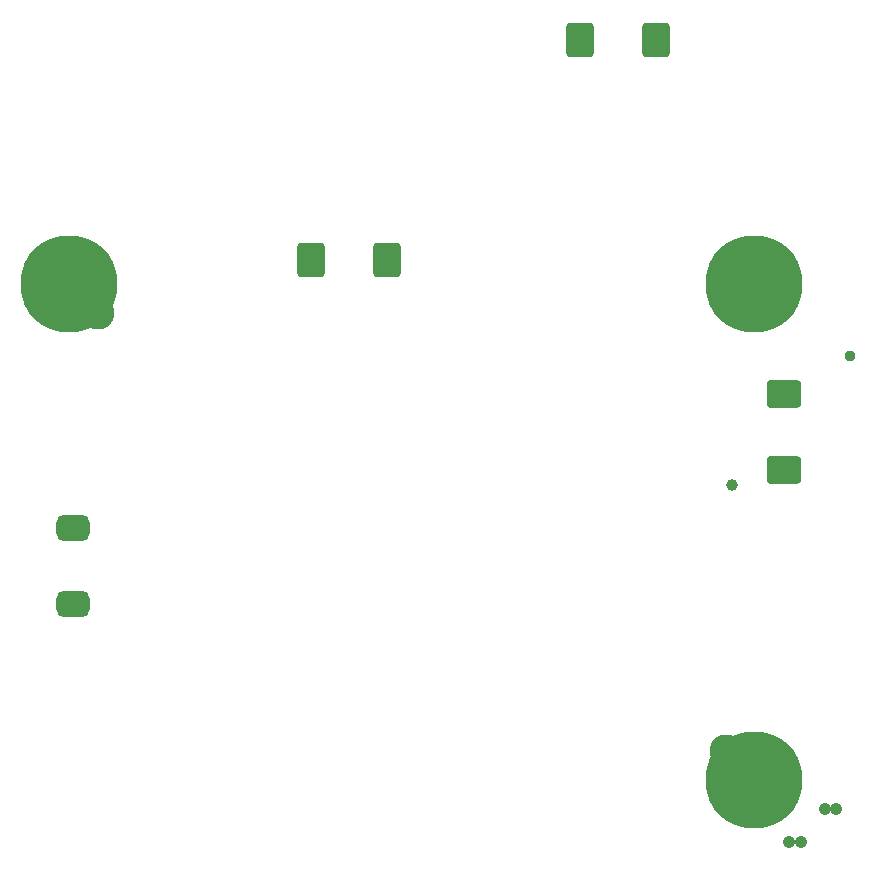
<source format=gbs>
G04*
G04 #@! TF.GenerationSoftware,Altium Limited,Altium Designer,21.0.8 (223)*
G04*
G04 Layer_Color=16711935*
%FSLAX44Y44*%
%MOMM*%
G71*
G04*
G04 #@! TF.SameCoordinates,AAD5EB2A-8552-457D-BF93-D3A1E0B867CA*
G04*
G04*
G04 #@! TF.FilePolarity,Negative*
G04*
G01*
G75*
G04:AMPARAMS|DCode=29|XSize=2.3532mm|YSize=2.9032mm|CornerRadius=0.3166mm|HoleSize=0mm|Usage=FLASHONLY|Rotation=90.000|XOffset=0mm|YOffset=0mm|HoleType=Round|Shape=RoundedRectangle|*
%AMROUNDEDRECTD29*
21,1,2.3532,2.2700,0,0,90.0*
21,1,1.7200,2.9032,0,0,90.0*
1,1,0.6332,1.1350,0.8600*
1,1,0.6332,1.1350,-0.8600*
1,1,0.6332,-1.1350,-0.8600*
1,1,0.6332,-1.1350,0.8600*
%
%ADD29ROUNDEDRECTD29*%
G04:AMPARAMS|DCode=30|XSize=2.3532mm|YSize=2.9032mm|CornerRadius=0.3166mm|HoleSize=0mm|Usage=FLASHONLY|Rotation=0.000|XOffset=0mm|YOffset=0mm|HoleType=Round|Shape=RoundedRectangle|*
%AMROUNDEDRECTD30*
21,1,2.3532,2.2700,0,0,0.0*
21,1,1.7200,2.9032,0,0,0.0*
1,1,0.6332,0.8600,-1.1350*
1,1,0.6332,-0.8600,-1.1350*
1,1,0.6332,-0.8600,1.1350*
1,1,0.6332,0.8600,1.1350*
%
%ADD30ROUNDEDRECTD30*%
%ADD35C,1.0032*%
G04:AMPARAMS|DCode=36|XSize=0.8532mm|YSize=0.8532mm|CornerRadius=0.2641mm|HoleSize=0mm|Usage=FLASHONLY|Rotation=0.000|XOffset=0mm|YOffset=0mm|HoleType=Round|Shape=RoundedRectangle|*
%AMROUNDEDRECTD36*
21,1,0.8532,0.3250,0,0,0.0*
21,1,0.3250,0.8532,0,0,0.0*
1,1,0.5282,0.1625,-0.1625*
1,1,0.5282,-0.1625,-0.1625*
1,1,0.5282,-0.1625,0.1625*
1,1,0.5282,0.1625,0.1625*
%
%ADD36ROUNDEDRECTD36*%
%ADD37C,1.2032*%
%ADD38C,2.8032*%
%ADD39C,8.2032*%
%ADD40C,1.0532*%
G04:AMPARAMS|DCode=53|XSize=2.8032mm|YSize=2.2032mm|CornerRadius=0.6016mm|HoleSize=0mm|Usage=FLASHONLY|Rotation=0.000|XOffset=0mm|YOffset=0mm|HoleType=Round|Shape=RoundedRectangle|*
%AMROUNDEDRECTD53*
21,1,2.8032,1.0000,0,0,0.0*
21,1,1.6000,2.2032,0,0,0.0*
1,1,1.2032,0.8000,-0.5000*
1,1,1.2032,-0.8000,-0.5000*
1,1,1.2032,-0.8000,0.5000*
1,1,1.2032,0.8000,0.5000*
%
%ADD53ROUNDEDRECTD53*%
D29*
X25000Y327000D02*
D03*
Y262500D02*
D03*
D30*
X-148000Y626500D02*
D03*
X-83500D02*
D03*
X-375000Y440000D02*
D03*
X-311000D02*
D03*
D35*
X-19000Y250000D02*
D03*
D36*
X81000Y359000D02*
D03*
D37*
X30000Y0D02*
D03*
X0Y30000D02*
D03*
X21213Y21213D02*
D03*
Y-21213D02*
D03*
X-21213D02*
D03*
X-30000Y0D02*
D03*
X0Y-30000D02*
D03*
X-610000Y420000D02*
D03*
X-580000Y390000D02*
D03*
X-601213Y398787D02*
D03*
Y441213D02*
D03*
X-558787D02*
D03*
X-550000Y420000D02*
D03*
X-580000Y450000D02*
D03*
X-30000Y420000D02*
D03*
X0Y390000D02*
D03*
X-21213Y398787D02*
D03*
Y441213D02*
D03*
X21213D02*
D03*
X30000Y420000D02*
D03*
X0Y450000D02*
D03*
X21213Y398787D02*
D03*
D38*
X-555680Y395680D02*
D03*
X-24325Y24325D02*
D03*
D39*
X-580000Y420000D02*
D03*
X0D02*
D03*
Y0D02*
D03*
D40*
X59500Y-24500D02*
D03*
X69500D02*
D03*
X29500Y-52500D02*
D03*
X39500D02*
D03*
D53*
X-576500Y149000D02*
D03*
Y213000D02*
D03*
M02*

</source>
